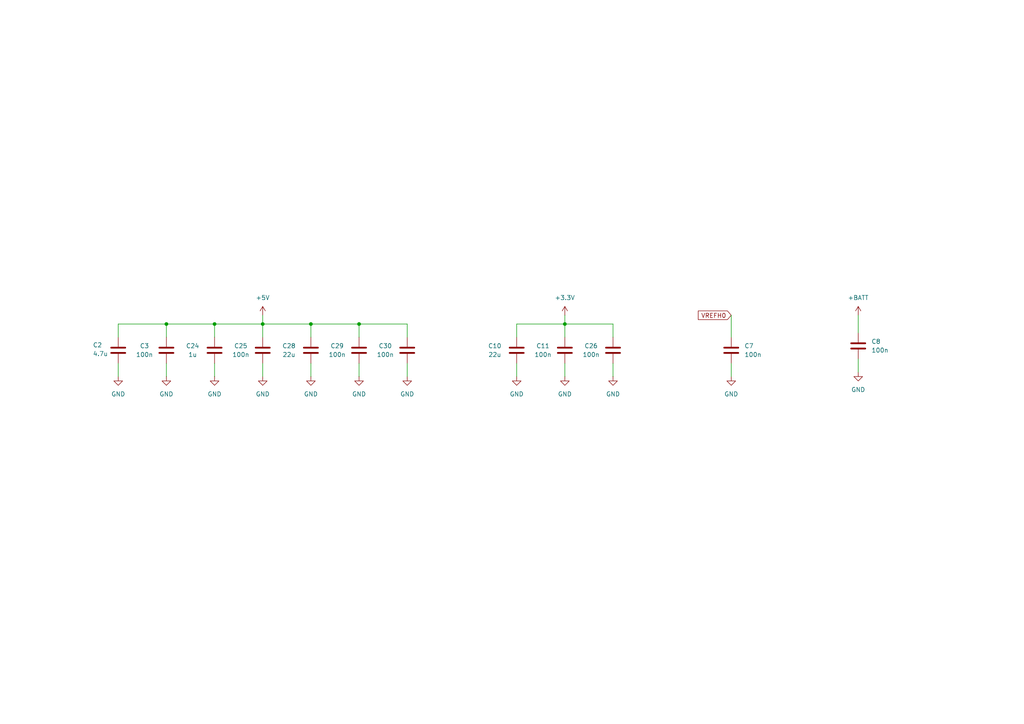
<source format=kicad_sch>
(kicad_sch (version 20231120) (generator "eeschema") (generator_version "8.0")
  (paper "A4")
  (title_block (title "Arduino UNO R4 WiFi Capacitors") (date "2024-05-14") (rev "1") (company "Carlos Sabogal"))
  (lib_symbols
    (symbol "Device:C" (pin_numbers hide) (pin_names (offset 0.254))
      (property "Reference" "C" (at 0.635 2.54 0))
      (property "Value" "C" (at 0.635 -2.54 0))
      (symbol "C_0_1"
        (polyline (pts (xy -2.032 -0.762) (xy 2.032 -0.762)) (stroke (width 0.508)))
        (polyline (pts (xy -2.032 0.762) (xy 2.032 0.762)) (stroke (width 0.508)))
      )
      (symbol "C_1_1"
        (pin passive line (at 0 3.81 270) (length 2.794) (name "~") (number "1"))
        (pin passive line (at 0 -3.81 90) (length 2.794) (name "~") (number "2"))
      )
    )
    (symbol "power:+3.3V" (power) (pin_numbers hide) (pin_names (offset 0) hide)
      (property "Value" "+3.3V" (at 0 3.556 0))
      (symbol "+3.3V_0_1"
        (polyline (pts (xy -0.762 1.27) (xy 0 2.54)))
        (polyline (pts (xy 0 0) (xy 0 2.54)))
        (polyline (pts (xy 0 2.54) (xy 0.762 1.27)))
      )
      (symbol "+3.3V_1_1"
        (pin power_in line (at 0 0 90) (length 0) (name "~") (number "1"))
      )
    )
    (symbol "power:+5V" (power) (pin_numbers hide) (pin_names (offset 0) hide)
      (property "Value" "+5V" (at 0 3.556 0))
      (symbol "+5V_0_1"
        (polyline (pts (xy -0.762 1.27) (xy 0 2.54)))
        (polyline (pts (xy 0 0) (xy 0 2.54)))
        (polyline (pts (xy 0 2.54) (xy 0.762 1.27)))
      )
      (symbol "+5V_1_1"
        (pin power_in line (at 0 0 90) (length 0) (name "~") (number "1"))
      )
    )
    (symbol "power:+BATT" (power) (pin_numbers hide) (pin_names (offset 0) hide)
      (property "Value" "+BATT" (at 0 3.556 0))
      (symbol "+BATT_0_1"
        (polyline (pts (xy -0.762 1.27) (xy 0 2.54)))
        (polyline (pts (xy 0 0) (xy 0 2.54)))
        (polyline (pts (xy 0 2.54) (xy 0.762 1.27)))
      )
      (symbol "+BATT_1_1"
        (pin power_in line (at 0 0 90) (length 0) (name "~") (number "1"))
      )
    )
    (symbol "power:GND" (power) (pin_numbers hide) (pin_names (offset 0) hide)
      (property "Value" "GND" (at 0 -3.81 0))
      (symbol "GND_0_1"
        (polyline (pts (xy 0 0) (xy 0 -1.27) (xy 1.27 -1.27) (xy 0 -2.54) (xy -1.27 -1.27) (xy 0 -1.27)))
      )
      (symbol "GND_1_1"
        (pin power_in line (at 0 0 270) (length 0) (name "~") (number "1"))
      )
    )
  )
  (junction (at 76.2 93.98))
  (junction (at 48.26 93.98))
  (junction (at 90.17 93.98))
  (junction (at 163.83 93.98))
  (junction (at 104.14 93.98))
  (junction (at 62.23 93.98))
  (wire (pts (xy 149.86 93.98) (xy 149.86 97.79)))
  (wire (pts (xy 76.2 91.44) (xy 76.2 93.98)))
  (wire (pts (xy 48.26 109.22) (xy 48.26 105.41)))
  (wire (pts (xy 248.92 107.95) (xy 248.92 104.14)))
  (wire (pts (xy 48.26 97.79) (xy 48.26 93.98)))
  (wire (pts (xy 76.2 93.98) (xy 90.17 93.98)))
  (wire (pts (xy 76.2 109.22) (xy 76.2 105.41)))
  (wire (pts (xy 90.17 93.98) (xy 90.17 97.79)))
  (wire (pts (xy 62.23 93.98) (xy 62.23 97.79)))
  (wire (pts (xy 90.17 93.98) (xy 104.14 93.98)))
  (wire (pts (xy 118.11 93.98) (xy 118.11 97.79)))
  (wire (pts (xy 62.23 93.98) (xy 76.2 93.98)))
  (wire (pts (xy 163.83 109.22) (xy 163.83 105.41)))
  (wire (pts (xy 163.83 91.44) (xy 163.83 93.98)))
  (wire (pts (xy 104.14 93.98) (xy 118.11 93.98)))
  (wire (pts (xy 48.26 93.98) (xy 62.23 93.98)))
  (wire (pts (xy 62.23 109.22) (xy 62.23 105.41)))
  (wire (pts (xy 104.14 93.98) (xy 104.14 97.79)))
  (wire (pts (xy 212.09 91.44) (xy 212.09 97.79)))
  (wire (pts (xy 149.86 109.22) (xy 149.86 105.41)))
  (wire (pts (xy 149.86 93.98) (xy 163.83 93.98)))
  (wire (pts (xy 104.14 109.22) (xy 104.14 105.41)))
  (wire (pts (xy 163.83 93.98) (xy 177.8 93.98)))
  (wire (pts (xy 90.17 109.22) (xy 90.17 105.41)))
  (wire (pts (xy 163.83 93.98) (xy 163.83 97.79)))
  (wire (pts (xy 177.8 93.98) (xy 177.8 97.79)))
  (wire (pts (xy 34.29 109.22) (xy 34.29 105.41)))
  (wire (pts (xy 212.09 109.22) (xy 212.09 105.41)))
  (wire (pts (xy 76.2 93.98) (xy 76.2 97.79)))
  (wire (pts (xy 177.8 109.22) (xy 177.8 105.41)))
  (wire (pts (xy 34.29 93.98) (xy 48.26 93.98)))
  (wire (pts (xy 248.92 91.44) (xy 248.92 96.52)))
  (wire (pts (xy 34.29 97.79) (xy 34.29 93.98)))
  (wire (pts (xy 118.11 109.22) (xy 118.11 105.41)))
  (global_label "VREFH0" (shape input) (at 212.09 91.44 180) (property "Intersheetrefs" "${INTERSHEET_REFS}" (effects (hide yes))))
  (symbol (lib_id "power:GND") (at 48.26 109.22 0) (unit 1)
    (property "Reference" "#PWR015" (effects (hide yes)))
    (property "Value" "GND" (at 48.26 114.3 0))
    (property "Description" "Power symbol creates a global label with name \"GND\" , ground" (effects (hide yes)))
  )
  (symbol (lib_id "Device:C") (at 118.11 101.6 0) (mirror y) (unit 1)
    (property "Reference" "C30" (at 111.76 100.33 0))
    (property "Value" "100n" (at 111.76 102.87 0))
    (property "Footprint" "Capacitor_SMD:C_0402_1005Metric" (effects (hide yes)))
    (property "Description" "Unpolarized capacitor" (effects (hide yes)))
  )
  (symbol (lib_id "power:+BATT") (at 248.92 91.44 0) (unit 1)
    (property "Reference" "#PWR029" (effects (hide yes)))
    (property "Value" "+BATT" (at 248.92 86.36 0))
    (property "Description" "Power symbol creates a global label with name \"+BATT\"" (effects (hide yes)))
  )
  (symbol (lib_id "power:GND") (at 163.83 109.22 0) (unit 1)
    (property "Reference" "#PWR032" (effects (hide yes)))
    (property "Value" "GND" (at 163.83 114.3 0))
    (property "Description" "Power symbol creates a global label with name \"GND\" , ground" (effects (hide yes)))
  )
  (symbol (lib_id "power:GND") (at 90.17 109.22 0) (unit 1)
    (property "Reference" "#PWR019" (effects (hide yes)))
    (property "Value" "GND" (at 90.17 114.3 0))
    (property "Description" "Power symbol creates a global label with name \"GND\" , ground" (effects (hide yes)))
  )
  (symbol (lib_id "power:+3.3V") (at 163.83 91.44 0) (unit 1)
    (property "Reference" "#PWR023" (effects (hide yes)))
    (property "Value" "+3.3V" (at 163.83 86.36 0))
    (property "Description" "Power symbol creates a global label with name \"+3.3V\"" (effects (hide yes)))
  )
  (symbol (lib_id "power:GND") (at 149.86 109.22 0) (unit 1)
    (property "Reference" "#PWR031" (effects (hide yes)))
    (property "Value" "GND" (at 149.86 114.3 0))
    (property "Description" "Power symbol creates a global label with name \"GND\" , ground" (effects (hide yes)))
  )
  (symbol (lib_id "Device:C") (at 90.17 101.6 0) (mirror y) (unit 1)
    (property "Reference" "C28" (at 83.82 100.33 0))
    (property "Value" "22u" (at 83.82 102.87 0))
    (property "Footprint" "Capacitor_SMD:C_0805_2012Metric" (effects (hide yes)))
    (property "Description" "Unpolarized capacitor" (effects (hide yes)))
  )
  (symbol (lib_id "Device:C") (at 104.14 101.6 0) (mirror y) (unit 1)
    (property "Reference" "C29" (at 97.79 100.33 0))
    (property "Value" "100n" (at 97.79 102.87 0))
    (property "Footprint" "Capacitor_SMD:C_0402_1005Metric" (effects (hide yes)))
    (property "Description" "Unpolarized capacitor" (effects (hide yes)))
  )
  (symbol (lib_id "Device:C") (at 212.09 101.6 0) (unit 1)
    (property "Reference" "C7" (at 215.9 100.3299 0) (effects (justify left)))
    (property "Value" "100n" (at 215.9 102.8699 0) (effects (justify left)))
    (property "Footprint" "Capacitor_SMD:C_0402_1005Metric" (effects (hide yes)))
    (property "Description" "Unpolarized capacitor" (effects (hide yes)))
  )
  (symbol (lib_id "Device:C") (at 76.2 101.6 0) (mirror y) (unit 1)
    (property "Reference" "C25" (at 69.85 100.33 0))
    (property "Value" "100n" (at 69.85 102.87 0))
    (property "Footprint" "Capacitor_SMD:C_0402_1005Metric" (effects (hide yes)))
    (property "Description" "Unpolarized capacitor" (effects (hide yes)))
  )
  (symbol (lib_id "Device:C") (at 248.92 100.33 0) (unit 1)
    (property "Reference" "C8" (at 252.73 99.0599 0) (effects (justify left)))
    (property "Value" "100n" (at 252.73 101.5999 0) (effects (justify left)))
    (property "Footprint" "Capacitor_SMD:C_0402_1005Metric" (effects (hide yes)))
    (property "Description" "Unpolarized capacitor" (effects (hide yes)))
  )
  (symbol (lib_id "Device:C") (at 177.8 101.6 0) (mirror y) (unit 1)
    (property "Reference" "C26" (at 171.45 100.33 0))
    (property "Value" "100n" (at 171.45 102.87 0))
    (property "Footprint" "Capacitor_SMD:C_0402_1005Metric" (effects (hide yes)))
    (property "Description" "Unpolarized capacitor" (effects (hide yes)))
  )
  (symbol (lib_id "power:GND") (at 34.29 109.22 0) (unit 1)
    (property "Reference" "#PWR08" (effects (hide yes)))
    (property "Value" "GND" (at 34.29 114.3 0))
    (property "Description" "Power symbol creates a global label with name \"GND\" , ground" (effects (hide yes)))
  )
  (symbol (lib_id "power:GND") (at 212.09 109.22 0) (unit 1)
    (property "Reference" "#PWR028" (effects (hide yes)))
    (property "Value" "GND" (at 212.09 114.3 0))
    (property "Description" "Power symbol creates a global label with name \"GND\" , ground" (effects (hide yes)))
  )
  (symbol (lib_id "Device:C") (at 48.26 101.6 0) (mirror y) (unit 1)
    (property "Reference" "C3" (at 41.91 100.33 0))
    (property "Value" "100n" (at 41.91 102.87 0))
    (property "Footprint" "Capacitor_SMD:C_0402_1005Metric" (effects (hide yes)))
    (property "Description" "Unpolarized capacitor" (effects (hide yes)))
  )
  (symbol (lib_id "power:GND") (at 62.23 109.22 0) (unit 1)
    (property "Reference" "#PWR016" (effects (hide yes)))
    (property "Value" "GND" (at 62.23 114.3 0))
    (property "Description" "Power symbol creates a global label with name \"GND\" , ground" (effects (hide yes)))
  )
  (symbol (lib_id "Device:C") (at 149.86 101.6 0) (mirror y) (unit 1)
    (property "Reference" "C10" (at 143.51 100.33 0))
    (property "Value" "22u" (at 143.51 102.87 0))
    (property "Footprint" "Capacitor_SMD:C_0805_2012Metric" (effects (hide yes)))
    (property "Description" "Unpolarized capacitor" (effects (hide yes)))
  )
  (symbol (lib_id "power:+5V") (at 76.2 91.44 0) (unit 1)
    (property "Reference" "#PWR017" (effects (hide yes)))
    (property "Value" "+5V" (at 76.2 86.36 0))
    (property "Description" "Power symbol creates a global label with name \"+5V\"" (effects (hide yes)))
  )
  (symbol (lib_id "Device:C") (at 163.83 101.6 0) (mirror y) (unit 1)
    (property "Reference" "C11" (at 157.48 100.33 0))
    (property "Value" "100n" (at 157.48 102.87 0))
    (property "Footprint" "Capacitor_SMD:C_0402_1005Metric" (effects (hide yes)))
    (property "Description" "Unpolarized capacitor" (effects (hide yes)))
  )
  (symbol (lib_id "Device:C") (at 62.23 101.6 0) (mirror y) (unit 1)
    (property "Reference" "C24" (at 55.88 100.33 0))
    (property "Value" "1u" (at 55.88 102.87 0))
    (property "Footprint" "Capacitor_SMD:C_0402_1005Metric" (effects (hide yes)))
    (property "Description" "Unpolarized capacitor" (effects (hide yes)))
  )
  (symbol (lib_id "power:GND") (at 104.14 109.22 0) (unit 1)
    (property "Reference" "#PWR020" (effects (hide yes)))
    (property "Value" "GND" (at 104.14 114.3 0))
    (property "Description" "Power symbol creates a global label with name \"GND\" , ground" (effects (hide yes)))
  )
  (symbol (lib_id "Device:C") (at 34.29 101.6 0) (unit 1)
    (property "Reference" "C2" (at 26.924 100.076 0) (effects (justify left)))
    (property "Value" "4.7u" (at 26.924 102.616 0) (effects (justify left)))
    (property "Footprint" "Capacitor_SMD:C_0603_1608Metric" (effects (hide yes)))
    (property "Description" "Unpolarized capacitor" (effects (hide yes)))
  )
  (symbol (lib_id "power:GND") (at 248.92 107.95 0) (unit 1)
    (property "Reference" "#PWR030" (effects (hide yes)))
    (property "Value" "GND" (at 248.92 113.03 0))
    (property "Description" "Power symbol creates a global label with name \"GND\" , ground" (effects (hide yes)))
  )
  (symbol (lib_id "power:GND") (at 118.11 109.22 0) (unit 1)
    (property "Reference" "#PWR022" (effects (hide yes)))
    (property "Value" "GND" (at 118.11 114.3 0))
    (property "Description" "Power symbol creates a global label with name \"GND\" , ground" (effects (hide yes)))
  )
  (symbol (lib_id "power:GND") (at 177.8 109.22 0) (unit 1)
    (property "Reference" "#PWR033" (effects (hide yes)))
    (property "Value" "GND" (at 177.8 114.3 0))
    (property "Description" "Power symbol creates a global label with name \"GND\" , ground" (effects (hide yes)))
  )
  (symbol (lib_id "power:GND") (at 76.2 109.22 0) (unit 1)
    (property "Reference" "#PWR018" (effects (hide yes)))
    (property "Value" "GND" (at 76.2 114.3 0))
    (property "Description" "Power symbol creates a global label with name \"GND\" , ground" (effects (hide yes)))
  )
)
</source>
